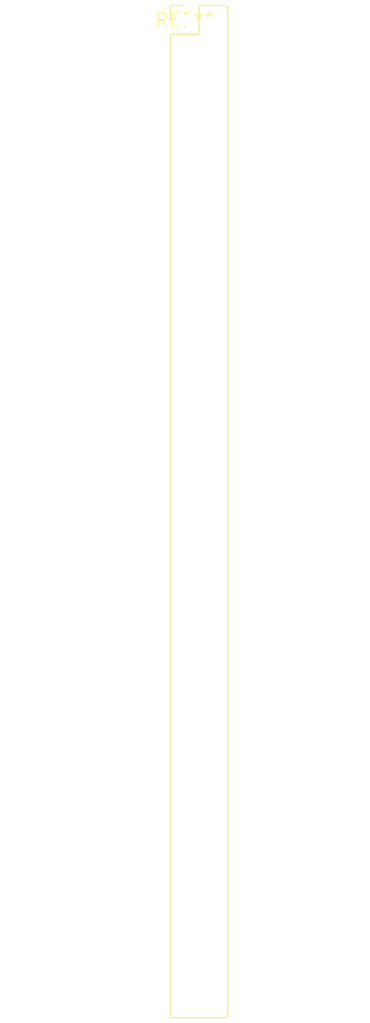
<source format=kicad_pcb>
(kicad_pcb (version 20240108) (generator pcbnew)
  (layers (0 "F.Cu" signal) (31 "B.Cu" signal) (34 "B.Paste" user) (35 "F.Paste" user) (36 "B.SilkS" user "B.Silkscreen") (37 "F.SilkS" user "F.Silkscreen") (38 "B.Mask" user) (39 "F.Mask" user) (44 "Edge.Cuts" user))
  (net 0 "")
  (footprint "PinHeader_2x36_P2.54mm_Vertical" (layer "F.Cu") (at 0 0)
    (property "Reference" "REF**")
    (property "Value" "PinHeader_2x36_P2.54mm_Vertical")
    (fp_line (start -1.33 -1.33) (end 0 -1.33) (layer "F.SilkS") (stroke (width 0.12)))
    (fp_line (start -1.33 0) (end -1.33 -1.33) (layer "F.SilkS") (stroke (width 0.12)))
    (fp_line (start -1.33 1.27) (end -1.33 90.23) (layer "F.SilkS") (stroke (width 0.12)))
    (fp_line (start -1.33 1.27) (end 1.27 1.27) (layer "F.SilkS") (stroke (width 0.12)))
    (fp_line (start -1.33 90.23) (end 3.87 90.23) (layer "F.SilkS") (stroke (width 0.12)))
    (fp_line (start 1.27 -1.33) (end 3.87 -1.33) (layer "F.SilkS") (stroke (width 0.12)))
    (fp_line (start 1.27 1.27) (end 1.27 -1.33) (layer "F.SilkS") (stroke (width 0.12)))
    (fp_line (start 3.87 -1.33) (end 3.87 90.23) (layer "F.SilkS") (stroke (width 0.12)))
    (pad "1" thru_hole rect (at 0 0) (size 1.7 1.7) (drill 1) (layers *.Cu *.Mask) (remove_unused_layers))
    (pad "2" thru_hole oval (at 2.54 0) (size 1.7 1.7) (drill 1) (layers *.Cu *.Mask) (remove_unused_layers))
    (pad "3" thru_hole oval (at 0 2.54) (size 1.7 1.7) (drill 1) (layers *.Cu *.Mask) (remove_unused_layers))
    (pad "4" thru_hole oval (at 2.54 2.54) (size 1.7 1.7) (drill 1) (layers *.Cu *.Mask) (remove_unused_layers))
    (pad "5" thru_hole oval (at 0 5.08) (size 1.7 1.7) (drill 1) (layers *.Cu *.Mask) (remove_unused_layers))
    (pad "6" thru_hole oval (at 2.54 5.08) (size 1.7 1.7) (drill 1) (layers *.Cu *.Mask) (remove_unused_layers))
    (pad "7" thru_hole oval (at 0 7.62) (size 1.7 1.7) (drill 1) (layers *.Cu *.Mask) (remove_unused_layers))
    (pad "8" thru_hole oval (at 2.54 7.62) (size 1.7 1.7) (drill 1) (layers *.Cu *.Mask) (remove_unused_layers))
    (pad "9" thru_hole oval (at 0 10.16) (size 1.7 1.7) (drill 1) (layers *.Cu *.Mask) (remove_unused_layers))
    (pad "10" thru_hole oval (at 2.54 10.16) (size 1.7 1.7) (drill 1) (layers *.Cu *.Mask) (remove_unused_layers))
    (pad "11" thru_hole oval (at 0 12.7) (size 1.7 1.7) (drill 1) (layers *.Cu *.Mask) (remove_unused_layers))
    (pad "12" thru_hole oval (at 2.54 12.7) (size 1.7 1.7) (drill 1) (layers *.Cu *.Mask) (remove_unused_layers))
    (pad "13" thru_hole oval (at 0 15.24) (size 1.7 1.7) (drill 1) (layers *.Cu *.Mask) (remove_unused_layers))
    (pad "14" thru_hole oval (at 2.54 15.24) (size 1.7 1.7) (drill 1) (layers *.Cu *.Mask) (remove_unused_layers))
    (pad "15" thru_hole oval (at 0 17.78) (size 1.7 1.7) (drill 1) (layers *.Cu *.Mask) (remove_unused_layers))
    (pad "16" thru_hole oval (at 2.54 17.78) (size 1.7 1.7) (drill 1) (layers *.Cu *.Mask) (remove_unused_layers))
    (pad "17" thru_hole oval (at 0 20.32) (size 1.7 1.7) (drill 1) (layers *.Cu *.Mask) (remove_unused_layers))
    (pad "18" thru_hole oval (at 2.54 20.32) (size 1.7 1.7) (drill 1) (layers *.Cu *.Mask) (remove_unused_layers))
    (pad "19" thru_hole oval (at 0 22.86) (size 1.7 1.7) (drill 1) (layers *.Cu *.Mask) (remove_unused_layers))
    (pad "20" thru_hole oval (at 2.54 22.86) (size 1.7 1.7) (drill 1) (layers *.Cu *.Mask) (remove_unused_layers))
    (pad "21" thru_hole oval (at 0 25.4) (size 1.7 1.7) (drill 1) (layers *.Cu *.Mask) (remove_unused_layers))
    (pad "22" thru_hole oval (at 2.54 25.4) (size 1.7 1.7) (drill 1) (layers *.Cu *.Mask) (remove_unused_layers))
    (pad "23" thru_hole oval (at 0 27.94) (size 1.7 1.7) (drill 1) (layers *.Cu *.Mask) (remove_unused_layers))
    (pad "24" thru_hole oval (at 2.54 27.94) (size 1.7 1.7) (drill 1) (layers *.Cu *.Mask) (remove_unused_layers))
    (pad "25" thru_hole oval (at 0 30.48) (size 1.7 1.7) (drill 1) (layers *.Cu *.Mask) (remove_unused_layers))
    (pad "26" thru_hole oval (at 2.54 30.48) (size 1.7 1.7) (drill 1) (layers *.Cu *.Mask) (remove_unused_layers))
    (pad "27" thru_hole oval (at 0 33.02) (size 1.7 1.7) (drill 1) (layers *.Cu *.Mask) (remove_unused_layers))
    (pad "28" thru_hole oval (at 2.54 33.02) (size 1.7 1.7) (drill 1) (layers *.Cu *.Mask) (remove_unused_layers))
    (pad "29" thru_hole oval (at 0 35.56) (size 1.7 1.7) (drill 1) (layers *.Cu *.Mask) (remove_unused_layers))
    (pad "30" thru_hole oval (at 2.54 35.56) (size 1.7 1.7) (drill 1) (layers *.Cu *.Mask) (remove_unused_layers))
    (pad "31" thru_hole oval (at 0 38.1) (size 1.7 1.7) (drill 1) (layers *.Cu *.Mask) (remove_unused_layers))
    (pad "32" thru_hole oval (at 2.54 38.1) (size 1.7 1.7) (drill 1) (layers *.Cu *.Mask) (remove_unused_layers))
    (pad "33" thru_hole oval (at 0 40.64) (size 1.7 1.7) (drill 1) (layers *.Cu *.Mask) (remove_unused_layers))
    (pad "34" thru_hole oval (at 2.54 40.64) (size 1.7 1.7) (drill 1) (layers *.Cu *.Mask) (remove_unused_layers))
    (pad "35" thru_hole oval (at 0 43.18) (size 1.7 1.7) (drill 1) (layers *.Cu *.Mask) (remove_unused_layers))
    (pad "36" thru_hole oval (at 2.54 43.18) (size 1.7 1.7) (drill 1) (layers *.Cu *.Mask) (remove_unused_layers))
    (pad "37" thru_hole oval (at 0 45.72) (size 1.7 1.7) (drill 1) (layers *.Cu *.Mask) (remove_unused_layers))
    (pad "38" thru_hole oval (at 2.54 45.72) (size 1.7 1.7) (drill 1) (layers *.Cu *.Mask) (remove_unused_layers))
    (pad "39" thru_hole oval (at 0 48.26) (size 1.7 1.7) (drill 1) (layers *.Cu *.Mask) (remove_unused_layers))
    (pad "40" thru_hole oval (at 2.54 48.26) (size 1.7 1.7) (drill 1) (layers *.Cu *.Mask) (remove_unused_layers))
    (pad "41" thru_hole oval (at 0 50.8) (size 1.7 1.7) (drill 1) (layers *.Cu *.Mask) (remove_unused_layers))
    (pad "42" thru_hole oval (at 2.54 50.8) (size 1.7 1.7) (drill 1) (layers *.Cu *.Mask) (remove_unused_layers))
    (pad "43" thru_hole oval (at 0 53.34) (size 1.7 1.7) (drill 1) (layers *.Cu *.Mask) (remove_unused_layers))
    (pad "44" thru_hole oval (at 2.54 53.34) (size 1.7 1.7) (drill 1) (layers *.Cu *.Mask) (remove_unused_layers))
    (pad "45" thru_hole oval (at 0 55.88) (size 1.7 1.7) (drill 1) (layers *.Cu *.Mask) (remove_unused_layers))
    (pad "46" thru_hole oval (at 2.54 55.88) (size 1.7 1.7) (drill 1) (layers *.Cu *.Mask) (remove_unused_layers))
    (pad "47" thru_hole oval (at 0 58.42) (size 1.7 1.7) (drill 1) (layers *.Cu *.Mask) (remove_unused_layers))
    (pad "48" thru_hole oval (at 2.54 58.42) (size 1.7 1.7) (drill 1) (layers *.Cu *.Mask) (remove_unused_layers))
    (pad "49" thru_hole oval (at 0 60.96) (size 1.7 1.7) (drill 1) (layers *.Cu *.Mask) (remove_unused_layers))
    (pad "50" thru_hole oval (at 2.54 60.96) (size 1.7 1.7) (drill 1) (layers *.Cu *.Mask) (remove_unused_layers))
    (pad "51" thru_hole oval (at 0 63.5) (size 1.7 1.7) (drill 1) (layers *.Cu *.Mask) (remove_unused_layers))
    (pad "52" thru_hole oval (at 2.54 63.5) (size 1.7 1.7) (drill 1) (layers *.Cu *.Mask) (remove_unused_layers))
    (pad "53" thru_hole oval (at 0 66.04) (size 1.7 1.7) (drill 1) (layers *.Cu *.Mask) (remove_unused_layers))
    (pad "54" thru_hole oval (at 2.54 66.04) (size 1.7 1.7) (drill 1) (layers *.Cu *.Mask) (remove_unused_layers))
    (pad "55" thru_hole oval (at 0 68.58) (size 1.7 1.7) (drill 1) (layers *.Cu *.Mask) (remove_unused_layers))
    (pad "56" thru_hole oval (at 2.54 68.58) (size 1.7 1.7) (drill 1) (layers *.Cu *.Mask) (remove_unused_layers))
    (pad "57" thru_hole oval (at 0 71.12) (size 1.7 1.7) (drill 1) (layers *.Cu *.Mask) (remove_unused_layers))
    (pad "58" thru_hole oval (at 2.54 71.12) (size 1.7 1.7) (drill 1) (layers *.Cu *.Mask) (remove_unused_layers))
    (pad "59" thru_hole oval (at 0 73.66) (size 1.7 1.7) (drill 1) (layers *.Cu *.Mask) (remove_unused_layers))
    (pad "60" thru_hole oval (at 2.54 73.66) (size 1.7 1.7) (drill 1) (layers *.Cu *.Mask) (remove_unused_layers))
    (pad "61" thru_hole oval (at 0 76.2) (size 1.7 1.7) (drill 1) (layers *.Cu *.Mask) (remove_unused_layers))
    (pad "62" thru_hole oval (at 2.54 76.2) (size 1.7 1.7) (drill 1) (layers *.Cu *.Mask) (remove_unused_layers))
    (pad "63" thru_hole oval (at 0 78.74) (size 1.7 1.7) (drill 1) (layers *.Cu *.Mask) (remove_unused_layers))
    (pad "64" thru_hole oval (at 2.54 78.74) (size 1.7 1.7) (drill 1) (layers *.Cu *.Mask) (remove_unused_layers))
    (pad "65" thru_hole oval (at 0 81.28) (size 1.7 1.7) (drill 1) (layers *.Cu *.Mask) (remove_unused_layers))
    (pad "66" thru_hole oval (at 2.54 81.28) (size 1.7 1.7) (drill 1) (layers *.Cu *.Mask) (remove_unused_layers))
    (pad "67" thru_hole oval (at 0 83.82) (size 1.7 1.7) (drill 1) (layers *.Cu *.Mask) (remove_unused_layers))
    (pad "68" thru_hole oval (at 2.54 83.82) (size 1.7 1.7) (drill 1) (layers *.Cu *.Mask) (remove_unused_layers))
    (pad "69" thru_hole oval (at 0 86.36) (size 1.7 1.7) (drill 1) (layers *.Cu *.Mask) (remove_unused_layers))
    (pad "70" thru_hole oval (at 2.54 86.36) (size 1.7 1.7) (drill 1) (layers *.Cu *.Mask) (remove_unused_layers))
    (pad "71" thru_hole oval (at 0 88.9) (size 1.7 1.7) (drill 1) (layers *.Cu *.Mask) (remove_unused_layers))
    (pad "72" thru_hole oval (at 2.54 88.9) (size 1.7 1.7) (drill 1) (layers *.Cu *.Mask) (remove_unused_layers))
  )
)
</source>
